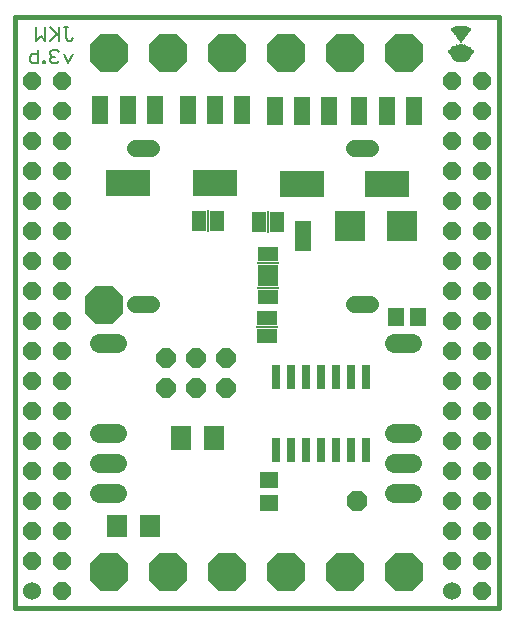
<source format=gbs>
G75*
%MOIN*%
%OFA0B0*%
%FSLAX24Y24*%
%IPPOS*%
%LPD*%
%AMOC8*
5,1,8,0,0,1.08239X$1,22.5*
%
%ADD10C,0.0160*%
%ADD11C,0.0060*%
%ADD12OC8,0.0640*%
%ADD13R,0.0520X0.0920*%
%ADD14R,0.1457X0.0906*%
%ADD15OC8,0.1290*%
%ADD16OC8,0.0670*%
%ADD17R,0.0670X0.0827*%
%ADD18R,0.0552X0.0631*%
%ADD19C,0.0600*%
%ADD20OC8,0.0600*%
%ADD21R,0.0540X0.1040*%
%ADD22R,0.0670X0.0749*%
%ADD23R,0.0300X0.0840*%
%ADD24R,0.0631X0.0552*%
%ADD25R,0.0500X0.0670*%
%ADD26R,0.0060X0.0720*%
%ADD27R,0.0670X0.0500*%
%ADD28R,0.0720X0.0060*%
%ADD29R,0.0312X0.0004*%
%ADD30R,0.0344X0.0004*%
%ADD31R,0.0368X0.0004*%
%ADD32R,0.0392X0.0004*%
%ADD33R,0.0408X0.0004*%
%ADD34R,0.0424X0.0004*%
%ADD35R,0.0432X0.0004*%
%ADD36R,0.0448X0.0004*%
%ADD37R,0.0456X0.0004*%
%ADD38R,0.0472X0.0004*%
%ADD39R,0.0480X0.0004*%
%ADD40R,0.0488X0.0004*%
%ADD41R,0.0496X0.0004*%
%ADD42R,0.0504X0.0004*%
%ADD43R,0.0512X0.0004*%
%ADD44R,0.0520X0.0004*%
%ADD45R,0.0528X0.0004*%
%ADD46R,0.0536X0.0004*%
%ADD47R,0.0536X0.0004*%
%ADD48R,0.0544X0.0004*%
%ADD49R,0.0552X0.0004*%
%ADD50R,0.0560X0.0004*%
%ADD51R,0.0560X0.0004*%
%ADD52R,0.0568X0.0004*%
%ADD53R,0.0576X0.0004*%
%ADD54R,0.0584X0.0004*%
%ADD55R,0.0592X0.0004*%
%ADD56R,0.0592X0.0004*%
%ADD57R,0.0600X0.0004*%
%ADD58R,0.0608X0.0004*%
%ADD59R,0.0608X0.0004*%
%ADD60R,0.0616X0.0004*%
%ADD61R,0.0624X0.0004*%
%ADD62R,0.0632X0.0004*%
%ADD63R,0.0632X0.0004*%
%ADD64R,0.0640X0.0004*%
%ADD65R,0.0648X0.0004*%
%ADD66R,0.0648X0.0004*%
%ADD67R,0.0656X0.0004*%
%ADD68R,0.0664X0.0004*%
%ADD69R,0.0664X0.0004*%
%ADD70R,0.0672X0.0004*%
%ADD71R,0.0680X0.0004*%
%ADD72R,0.0680X0.0004*%
%ADD73R,0.0688X0.0004*%
%ADD74R,0.0696X0.0004*%
%ADD75R,0.0700X0.0004*%
%ADD76R,0.0708X0.0004*%
%ADD77R,0.0716X0.0004*%
%ADD78R,0.0720X0.0004*%
%ADD79R,0.0720X0.0004*%
%ADD80R,0.0724X0.0004*%
%ADD81R,0.0808X0.0004*%
%ADD82R,0.0824X0.0004*%
%ADD83R,0.0832X0.0004*%
%ADD84R,0.0840X0.0004*%
%ADD85R,0.0848X0.0004*%
%ADD86R,0.0856X0.0004*%
%ADD87R,0.0860X0.0004*%
%ADD88R,0.0864X0.0004*%
%ADD89R,0.0864X0.0004*%
%ADD90R,0.0868X0.0004*%
%ADD91R,0.0872X0.0004*%
%ADD92R,0.0872X0.0004*%
%ADD93R,0.0860X0.0004*%
%ADD94R,0.0832X0.0004*%
%ADD95R,0.0824X0.0004*%
%ADD96R,0.0708X0.0004*%
%ADD97R,0.0712X0.0004*%
%ADD98R,0.0712X0.0004*%
%ADD99R,0.0700X0.0004*%
%ADD100R,0.0696X0.0004*%
%ADD101R,0.0692X0.0004*%
%ADD102R,0.0668X0.0004*%
%ADD103R,0.0660X0.0004*%
%ADD104R,0.0452X0.0004*%
%ADD105R,0.0188X0.0004*%
%ADD106R,0.0448X0.0004*%
%ADD107R,0.0440X0.0004*%
%ADD108R,0.0184X0.0004*%
%ADD109R,0.0432X0.0004*%
%ADD110R,0.0184X0.0004*%
%ADD111R,0.0424X0.0004*%
%ADD112R,0.0412X0.0004*%
%ADD113R,0.0128X0.0004*%
%ADD114R,0.0044X0.0004*%
%ADD115R,0.0400X0.0004*%
%ADD116R,0.0008X0.0004*%
%ADD117R,0.0388X0.0004*%
%ADD118R,0.0132X0.0004*%
%ADD119R,0.0360X0.0004*%
%ADD120R,0.0136X0.0004*%
%ADD121R,0.0340X0.0004*%
%ADD122R,0.0140X0.0004*%
%ADD123R,0.0328X0.0004*%
%ADD124R,0.0144X0.0004*%
%ADD125R,0.0324X0.0004*%
%ADD126R,0.0148X0.0004*%
%ADD127R,0.0320X0.0004*%
%ADD128R,0.0156X0.0004*%
%ADD129R,0.0316X0.0004*%
%ADD130R,0.0176X0.0004*%
%ADD131R,0.0080X0.0004*%
%ADD132R,0.0052X0.0004*%
%ADD133R,0.0380X0.0004*%
%ADD134R,0.0372X0.0004*%
%ADD135R,0.0356X0.0004*%
%ADD136R,0.0004X0.0004*%
%ADD137R,0.0308X0.0004*%
%ADD138R,0.0060X0.0004*%
%ADD139R,0.0240X0.0004*%
%ADD140R,0.0232X0.0004*%
%ADD141R,0.0044X0.0004*%
%ADD142R,0.0164X0.0004*%
%ADD143R,0.0056X0.0004*%
%ADD144R,0.0036X0.0004*%
%ADD145R,0.0156X0.0004*%
%ADD146R,0.0048X0.0004*%
%ADD147R,0.0024X0.0004*%
%ADD148R,0.0036X0.0004*%
%ADD149R,0.0016X0.0004*%
%ADD150R,0.0028X0.0004*%
%ADD151R,0.0012X0.0004*%
%ADD152R,0.0124X0.0004*%
%ADD153R,0.0108X0.0004*%
%ADD154R,0.0008X0.0004*%
%ADD155R,0.0092X0.0004*%
%ADD156R,0.0068X0.0004*%
%ADD157R,0.0008X0.0004*%
%ADD158R,0.0016X0.0004*%
%ADD159R,0.0024X0.0004*%
%ADD160R,0.0032X0.0004*%
%ADD161R,0.0032X0.0004*%
%ADD162R,0.0040X0.0004*%
%ADD163R,0.0056X0.0004*%
%ADD164R,0.0064X0.0004*%
%ADD165R,0.0072X0.0004*%
%ADD166R,0.0088X0.0004*%
%ADD167R,0.0096X0.0004*%
%ADD168R,0.0104X0.0004*%
%ADD169R,0.0112X0.0004*%
%ADD170R,0.0120X0.0004*%
%ADD171R,0.0124X0.0004*%
%ADD172R,0.0128X0.0004*%
%ADD173R,0.0144X0.0004*%
%ADD174R,0.0152X0.0004*%
%ADD175R,0.0152X0.0004*%
%ADD176R,0.0160X0.0004*%
%ADD177R,0.0168X0.0004*%
%ADD178R,0.0176X0.0004*%
%ADD179R,0.0184X0.0004*%
%ADD180R,0.0192X0.0004*%
%ADD181R,0.0200X0.0004*%
%ADD182R,0.0208X0.0004*%
%ADD183R,0.0216X0.0004*%
%ADD184R,0.0216X0.0004*%
%ADD185R,0.0224X0.0004*%
%ADD186R,0.0232X0.0004*%
%ADD187R,0.0240X0.0004*%
%ADD188R,0.0248X0.0004*%
%ADD189R,0.0256X0.0004*%
%ADD190R,0.0264X0.0004*%
%ADD191R,0.0272X0.0004*%
%ADD192R,0.0280X0.0004*%
%ADD193R,0.0288X0.0004*%
%ADD194R,0.0296X0.0004*%
%ADD195R,0.0304X0.0004*%
%ADD196R,0.0320X0.0004*%
%ADD197R,0.0328X0.0004*%
%ADD198R,0.0336X0.0004*%
%ADD199R,0.0336X0.0004*%
%ADD200R,0.0200X0.0004*%
%ADD201R,0.0128X0.0004*%
%ADD202R,0.0204X0.0004*%
%ADD203R,0.0216X0.0004*%
%ADD204R,0.0228X0.0004*%
%ADD205R,0.0416X0.0004*%
%ADD206R,0.0424X0.0004*%
%ADD207R,0.0428X0.0004*%
%ADD208R,0.0304X0.0004*%
%ADD209R,0.0180X0.0004*%
%ADD210R,0.0112X0.0004*%
%ADD211R,0.0176X0.0004*%
%ADD212R,0.0112X0.0004*%
%ADD213R,0.0132X0.0004*%
%ADD214R,0.0116X0.0004*%
%ADD215R,0.0332X0.0004*%
%ADD216R,0.0336X0.0004*%
%ADD217R,0.0480X0.0004*%
%ADD218R,0.0496X0.0004*%
%ADD219R,0.0512X0.0004*%
%ADD220R,0.0544X0.0004*%
%ADD221R,0.0208X0.0004*%
%ADD222R,0.0356X0.0004*%
%ADD223R,0.0208X0.0004*%
%ADD224R,0.0364X0.0004*%
%ADD225R,0.0212X0.0004*%
%ADD226R,0.0368X0.0004*%
%ADD227R,0.0220X0.0004*%
%ADD228R,0.0600X0.0004*%
%ADD229R,0.0356X0.0004*%
%ADD230R,0.0228X0.0004*%
%ADD231R,0.0236X0.0004*%
%ADD232R,0.0360X0.0004*%
%ADD233R,0.0368X0.0004*%
%ADD234R,0.0244X0.0004*%
%ADD235R,0.0252X0.0004*%
%ADD236R,0.0376X0.0004*%
%ADD237R,0.0672X0.0004*%
%ADD238R,0.0624X0.0004*%
%ADD239R,0.0596X0.0004*%
%ADD240R,0.0552X0.0004*%
%ADD241R,0.0456X0.0004*%
%ADD242R,0.0384X0.0004*%
%ADD243R,0.0352X0.0004*%
%ADD244R,0.0188X0.0004*%
%ADD245R,0.0108X0.0004*%
%ADD246C,0.0555*%
%ADD247R,0.0985X0.0985*%
%ADD248C,0.0640*%
D10*
X003348Y000180D02*
X019490Y000180D01*
X019490Y019865D01*
X003348Y019865D01*
X003348Y000180D01*
D11*
X003918Y018330D02*
X003844Y018404D01*
X003844Y018551D01*
X003918Y018624D01*
X004138Y018624D01*
X004138Y018771D02*
X004138Y018330D01*
X003918Y018330D01*
X004295Y018330D02*
X004368Y018330D01*
X004368Y018404D01*
X004295Y018404D01*
X004295Y018330D01*
X004535Y018404D02*
X004608Y018330D01*
X004755Y018330D01*
X004828Y018404D01*
X004682Y018551D02*
X004608Y018551D01*
X004535Y018477D01*
X004535Y018404D01*
X004608Y018551D02*
X004535Y018624D01*
X004535Y018697D01*
X004608Y018771D01*
X004755Y018771D01*
X004828Y018697D01*
X004995Y018624D02*
X005142Y018330D01*
X005289Y018624D01*
X005215Y019080D02*
X005142Y019080D01*
X005069Y019154D01*
X005069Y019521D01*
X005142Y019521D02*
X004995Y019521D01*
X004828Y019521D02*
X004828Y019080D01*
X004828Y019227D02*
X004535Y019521D01*
X004368Y019521D02*
X004368Y019080D01*
X004221Y019227D01*
X004074Y019080D01*
X004074Y019521D01*
X004535Y019080D02*
X004755Y019301D01*
X005215Y019080D02*
X005289Y019154D01*
D12*
X008388Y008507D03*
X009388Y008507D03*
X010388Y008507D03*
X010388Y007507D03*
X009388Y007507D03*
X008388Y007507D03*
D13*
X008022Y016778D03*
X007112Y016778D03*
X006202Y016778D03*
X009120Y016762D03*
X010029Y016762D03*
X010939Y016762D03*
X012021Y016747D03*
X012931Y016747D03*
X013841Y016747D03*
X014836Y016747D03*
X015746Y016747D03*
X016656Y016747D03*
D14*
X015746Y014306D03*
X012931Y014306D03*
X010029Y014322D03*
X007112Y014338D03*
D15*
X006331Y010271D03*
X006498Y018684D03*
X008466Y018684D03*
X010435Y018684D03*
X012403Y018684D03*
X014372Y018684D03*
X016340Y018684D03*
X016340Y001361D03*
X014372Y001361D03*
X012403Y001361D03*
X010435Y001361D03*
X008466Y001361D03*
X006498Y001361D03*
D16*
X014750Y003741D03*
D17*
X009981Y005840D03*
X008879Y005840D03*
D18*
X016054Y009865D03*
X016802Y009865D03*
D19*
X017919Y000735D03*
X003919Y000735D03*
D20*
X004919Y000735D03*
X004919Y001735D03*
X003919Y001735D03*
X003919Y002735D03*
X004919Y002735D03*
X004919Y003735D03*
X003919Y003735D03*
X003919Y004735D03*
X004919Y004735D03*
X004919Y005735D03*
X003919Y005735D03*
X003919Y006735D03*
X004919Y006735D03*
X004919Y007735D03*
X003919Y007735D03*
X003919Y008735D03*
X004919Y008735D03*
X004919Y009735D03*
X003919Y009735D03*
X003919Y010735D03*
X004919Y010735D03*
X004919Y011735D03*
X003919Y011735D03*
X003919Y012735D03*
X004919Y012735D03*
X004919Y013735D03*
X003919Y013735D03*
X003919Y014735D03*
X004919Y014735D03*
X004919Y015735D03*
X003919Y015735D03*
X003919Y016735D03*
X004919Y016735D03*
X004919Y017735D03*
X003919Y017735D03*
X017919Y017735D03*
X018919Y017735D03*
X018919Y016735D03*
X017919Y016735D03*
X017919Y015735D03*
X018919Y015735D03*
X018919Y014735D03*
X017919Y014735D03*
X017919Y013735D03*
X018919Y013735D03*
X018919Y012735D03*
X017919Y012735D03*
X017919Y011735D03*
X018919Y011735D03*
X018919Y010735D03*
X017919Y010735D03*
X017919Y009735D03*
X018919Y009735D03*
X018919Y008735D03*
X017919Y008735D03*
X017919Y007735D03*
X018919Y007735D03*
X018919Y006735D03*
X017919Y006735D03*
X017919Y005735D03*
X018919Y005735D03*
X018919Y004735D03*
X017919Y004735D03*
X017919Y003735D03*
X018919Y003735D03*
X018919Y002735D03*
X017919Y002735D03*
X017919Y001735D03*
X018919Y001735D03*
X018919Y000735D03*
D21*
X012964Y012583D03*
D22*
X007859Y002920D03*
X006756Y002920D03*
D23*
X012052Y005443D03*
X012552Y005443D03*
X013052Y005443D03*
X013552Y005443D03*
X014052Y005443D03*
X014552Y005443D03*
X015052Y005443D03*
X015052Y007863D03*
X014552Y007863D03*
X014052Y007863D03*
X013552Y007863D03*
X013052Y007863D03*
X012552Y007863D03*
X012052Y007863D03*
D24*
X011820Y004433D03*
X011820Y003685D03*
D25*
X012100Y013037D03*
X011500Y013037D03*
X010090Y013068D03*
X009490Y013068D03*
D26*
X009790Y013068D03*
X011800Y013037D03*
D27*
X011786Y011955D03*
X011786Y011355D03*
X011786Y011128D03*
X011786Y010528D03*
X011773Y009845D03*
X011773Y009245D03*
D28*
X011773Y009545D03*
X011786Y010828D03*
X011786Y011655D03*
D29*
X018228Y018382D03*
X018224Y018894D03*
X018228Y019194D03*
X018228Y019198D03*
D30*
X018228Y018386D03*
D31*
X018228Y018390D03*
D32*
X018228Y018394D03*
X018252Y018878D03*
D33*
X018228Y019258D03*
X018228Y019262D03*
X018228Y019518D03*
X018228Y018398D03*
D34*
X018228Y018402D03*
D35*
X018228Y018406D03*
X018228Y019278D03*
X018228Y019514D03*
D36*
X018228Y018410D03*
D37*
X018228Y018414D03*
D38*
X018228Y018418D03*
D39*
X018228Y018422D03*
X018228Y019506D03*
D40*
X018228Y019314D03*
X018228Y018426D03*
D41*
X018228Y018430D03*
D42*
X018228Y018434D03*
X018228Y019326D03*
D43*
X018228Y019498D03*
X018228Y018438D03*
D44*
X018228Y018442D03*
X018228Y019334D03*
X018228Y019338D03*
D45*
X018228Y019342D03*
X018228Y018446D03*
D46*
X018228Y018450D03*
D47*
X018228Y018454D03*
X018228Y019346D03*
X018228Y019494D03*
D48*
X018228Y019354D03*
X018228Y018458D03*
D49*
X018228Y018462D03*
X018228Y019358D03*
D50*
X018228Y019362D03*
X018228Y018466D03*
D51*
X018228Y018470D03*
D52*
X018228Y018474D03*
X018228Y019366D03*
X018228Y019486D03*
D53*
X018228Y018482D03*
X018228Y018478D03*
D54*
X018228Y018486D03*
X018228Y019482D03*
D55*
X018228Y018490D03*
D56*
X018228Y018494D03*
D57*
X018228Y018498D03*
X018228Y018502D03*
D58*
X018228Y018506D03*
X018228Y019474D03*
D59*
X018228Y018510D03*
D60*
X018228Y018514D03*
X018228Y018518D03*
D61*
X018228Y018522D03*
X018228Y018526D03*
D62*
X018228Y018530D03*
D63*
X018228Y018534D03*
X018228Y019466D03*
D64*
X018228Y018542D03*
X018228Y018538D03*
D65*
X018228Y018546D03*
X018228Y018554D03*
X018228Y019462D03*
D66*
X018228Y018550D03*
D67*
X018228Y018558D03*
X018228Y018562D03*
X018228Y019426D03*
X018228Y019458D03*
D68*
X018228Y019454D03*
X018228Y019434D03*
X018228Y018566D03*
D69*
X018228Y018570D03*
X018228Y019430D03*
D70*
X018228Y019438D03*
X018224Y018806D03*
X018228Y018582D03*
X018228Y018578D03*
X018228Y018574D03*
D71*
X018228Y018586D03*
X018228Y018802D03*
X018228Y019442D03*
X018228Y019446D03*
D72*
X018228Y018590D03*
D73*
X018228Y018594D03*
X018228Y018598D03*
X018228Y018798D03*
D74*
X018228Y018606D03*
X018228Y018602D03*
D75*
X018226Y018610D03*
D76*
X018226Y018614D03*
X018226Y018618D03*
D77*
X018226Y018622D03*
X018226Y018626D03*
D78*
X018228Y018630D03*
D79*
X018228Y018634D03*
D80*
X018230Y018638D03*
D81*
X018228Y018642D03*
X018228Y018734D03*
D82*
X018228Y018646D03*
D83*
X018228Y018650D03*
D84*
X018228Y018654D03*
X018228Y018722D03*
D85*
X018228Y018718D03*
X018228Y018658D03*
D86*
X018228Y018662D03*
X018228Y018714D03*
D87*
X018230Y018666D03*
D88*
X018228Y018670D03*
D89*
X018228Y018674D03*
X018228Y018702D03*
X018228Y018706D03*
D90*
X018230Y018698D03*
X018230Y018682D03*
X018230Y018678D03*
D91*
X018228Y018686D03*
X018228Y018694D03*
D92*
X018228Y018690D03*
D93*
X018230Y018710D03*
D94*
X018228Y018726D03*
D95*
X018228Y018730D03*
D96*
X018238Y018766D03*
X018234Y018778D03*
D97*
X018236Y018770D03*
D98*
X018236Y018774D03*
D99*
X018234Y018782D03*
X018234Y018786D03*
D100*
X018232Y018790D03*
D101*
X018230Y018794D03*
D102*
X018222Y018810D03*
D103*
X018222Y018814D03*
X018222Y018818D03*
D104*
X018122Y018822D03*
D105*
X018454Y018838D03*
X018458Y018826D03*
X018458Y018822D03*
D106*
X018120Y018826D03*
D107*
X018120Y018830D03*
D108*
X018456Y018830D03*
D109*
X018120Y018834D03*
D110*
X018456Y018834D03*
D111*
X018116Y018838D03*
D112*
X018114Y018842D03*
D113*
X018416Y018846D03*
X018420Y018842D03*
X018336Y019218D03*
X018340Y019222D03*
D114*
X018526Y018842D03*
D115*
X018112Y018846D03*
X018228Y019254D03*
D116*
X018228Y018994D03*
X018544Y018846D03*
D117*
X018110Y018850D03*
D118*
X018410Y018850D03*
X018066Y019290D03*
D119*
X018116Y019378D03*
X018100Y018854D03*
D120*
X018228Y018922D03*
X018228Y019078D03*
X018348Y019238D03*
X018408Y018854D03*
D121*
X018094Y018858D03*
D122*
X018402Y018858D03*
X018350Y019242D03*
D123*
X018160Y019298D03*
X018096Y018862D03*
D124*
X018396Y018862D03*
D125*
X018098Y018866D03*
D126*
X018226Y018918D03*
X018390Y018866D03*
D127*
X018104Y018870D03*
X018228Y019530D03*
D128*
X018346Y019250D03*
X018382Y018870D03*
D129*
X018110Y018874D03*
D130*
X018364Y018874D03*
D131*
X018228Y019038D03*
X018228Y019042D03*
X018000Y018878D03*
D132*
X018002Y018882D03*
X018102Y018906D03*
D133*
X018250Y018882D03*
D134*
X018246Y018886D03*
D135*
X018242Y018890D03*
X018122Y019370D03*
D136*
X018394Y018894D03*
D137*
X018222Y018898D03*
D138*
X018102Y018902D03*
D139*
X018256Y018902D03*
X018228Y019146D03*
X018028Y019414D03*
X018228Y019538D03*
D140*
X018040Y019394D03*
X018036Y019398D03*
X018256Y018906D03*
D141*
X018098Y018910D03*
D142*
X018226Y018910D03*
D143*
X018340Y018910D03*
D144*
X018098Y018914D03*
D145*
X018226Y018914D03*
D146*
X018228Y019018D03*
X018344Y018914D03*
D147*
X018096Y018918D03*
D148*
X018226Y018942D03*
X018346Y018918D03*
D149*
X018352Y018926D03*
X018096Y018922D03*
D150*
X018350Y018922D03*
D151*
X018094Y018926D03*
D152*
X018226Y018926D03*
X018070Y019282D03*
X018402Y019306D03*
D153*
X018226Y018930D03*
D154*
X018356Y018930D03*
D155*
X018226Y018934D03*
D156*
X018226Y018938D03*
D157*
X018228Y018990D03*
D158*
X018228Y018998D03*
D159*
X018228Y019002D03*
D160*
X018228Y019006D03*
D161*
X018228Y019010D03*
D162*
X018228Y019014D03*
D163*
X018228Y019022D03*
X018228Y019026D03*
D164*
X018228Y019030D03*
D165*
X018228Y019034D03*
D166*
X018228Y019046D03*
D167*
X018228Y019050D03*
D168*
X018228Y019054D03*
X018228Y019058D03*
D169*
X018228Y019062D03*
D170*
X018228Y019066D03*
X018404Y019302D03*
D171*
X018226Y019070D03*
D172*
X018228Y019074D03*
X018344Y019226D03*
X018348Y019234D03*
X018068Y019286D03*
D173*
X018228Y019082D03*
X018348Y019246D03*
D174*
X018228Y019086D03*
D175*
X018228Y019090D03*
D176*
X018228Y019094D03*
D177*
X018228Y019098D03*
X018228Y019102D03*
D178*
X018228Y019106D03*
D179*
X018228Y019110D03*
D180*
X018228Y019114D03*
X018228Y019118D03*
D181*
X018228Y019122D03*
X018156Y019218D03*
X018152Y019222D03*
X018148Y019226D03*
D182*
X018144Y019238D03*
X018228Y019126D03*
D183*
X018228Y019130D03*
D184*
X018228Y019134D03*
D185*
X018228Y019138D03*
D186*
X018228Y019142D03*
X018032Y019406D03*
D187*
X018228Y019150D03*
D188*
X018228Y019154D03*
D189*
X018228Y019158D03*
D190*
X018228Y019162D03*
X018228Y019166D03*
D191*
X018228Y019170D03*
D192*
X018228Y019174D03*
X018228Y019534D03*
D193*
X018228Y019182D03*
X018228Y019178D03*
D194*
X018228Y019186D03*
D195*
X018228Y019190D03*
D196*
X018228Y019202D03*
D197*
X018228Y019206D03*
D198*
X018228Y019210D03*
D199*
X018228Y019214D03*
D200*
X018148Y019230D03*
D201*
X018344Y019230D03*
D202*
X018414Y019374D03*
X018146Y019234D03*
D203*
X018144Y019242D03*
X018144Y019246D03*
D204*
X018146Y019250D03*
D205*
X018228Y019266D03*
D206*
X018228Y019270D03*
D207*
X018230Y019274D03*
D208*
X018296Y019282D03*
D209*
X018238Y019286D03*
X018234Y019294D03*
D210*
X018396Y019286D03*
X018400Y019294D03*
D211*
X018236Y019290D03*
D212*
X018400Y019290D03*
D213*
X018066Y019294D03*
D214*
X018402Y019298D03*
D215*
X018158Y019302D03*
D216*
X018160Y019306D03*
D217*
X018228Y019310D03*
D218*
X018228Y019318D03*
X018228Y019322D03*
X018228Y019502D03*
D219*
X018228Y019330D03*
D220*
X018228Y019350D03*
D221*
X018408Y019370D03*
D222*
X018358Y019398D03*
X018358Y019402D03*
X018118Y019374D03*
D223*
X018416Y019378D03*
D224*
X018114Y019382D03*
D225*
X018418Y019382D03*
D226*
X018116Y019386D03*
D227*
X018414Y019386D03*
D228*
X018228Y019390D03*
D229*
X018354Y019394D03*
X018362Y019406D03*
D230*
X018034Y019402D03*
D231*
X018030Y019410D03*
D232*
X018364Y019410D03*
D233*
X018364Y019414D03*
X018364Y019418D03*
D234*
X018030Y019418D03*
D235*
X018030Y019422D03*
D236*
X018364Y019422D03*
D237*
X018228Y019450D03*
D238*
X018228Y019470D03*
D239*
X018230Y019478D03*
D240*
X018228Y019490D03*
D241*
X018228Y019510D03*
D242*
X018228Y019522D03*
D243*
X018228Y019526D03*
D244*
X018226Y019542D03*
D245*
X018230Y019546D03*
D246*
X015186Y015520D02*
X014671Y015520D01*
X014671Y010320D02*
X015186Y010320D01*
X007886Y010320D02*
X007371Y010320D01*
X007371Y015520D02*
X007886Y015520D01*
D247*
X014517Y012890D03*
X016249Y012890D03*
D248*
X015993Y009010D02*
X016593Y009010D01*
X016593Y006010D02*
X015993Y006010D01*
X015993Y005010D02*
X016593Y005010D01*
X016593Y004010D02*
X015993Y004010D01*
X006758Y003990D02*
X006158Y003990D01*
X006158Y004990D02*
X006758Y004990D01*
X006758Y005990D02*
X006158Y005990D01*
X006158Y008990D02*
X006758Y008990D01*
M02*

</source>
